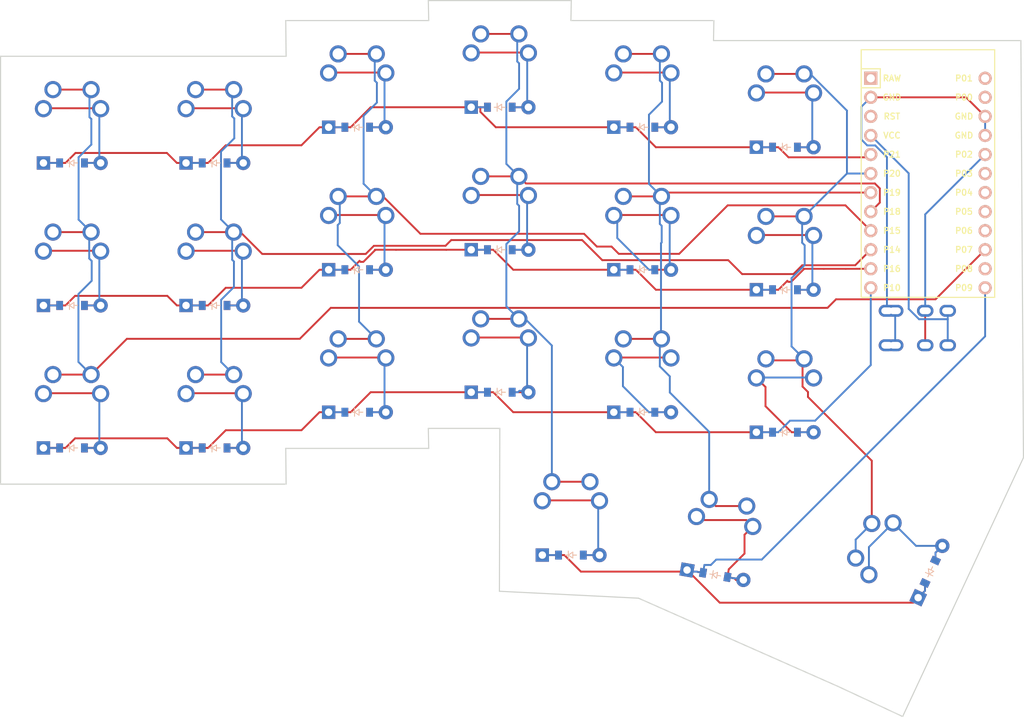
<source format=kicad_pcb>
(kicad_pcb (version 20221018) (generator pcbnew)
  (title_block (title "simple_split") (rev "v1.0.0") (company "Unknown"))
  (layers (0 "F.Cu" signal) (31 "B.Cu" signal) (34 "B.Paste" user) (35 "F.Paste" user) (36 "B.SilkS" user "B.Silkscreen") (37 "F.SilkS" user "F.Silkscreen") (38 "B.Mask" user) (39 "F.Mask" user) (44 "Edge.Cuts" user))
  (net 0 "")
  (net 1 "P7")
  (net 2 "mod_bottom")
  (net 3 "mod_home")
  (net 4 "mod_top")
  (net 5 "P14")
  (net 6 "pinky_bottom")
  (net 7 "pinky_home")
  (net 8 "pinky_top")
  (net 9 "P15")
  (net 10 "ring_bottom")
  (net 11 "ring_home")
  (net 12 "ring_top")
  (net 13 "P18")
  (net 14 "middle_bottom")
  (net 15 "middle_home")
  (net 16 "middle_top")
  (net 17 "P19")
  (net 18 "index_bottom")
  (net 19 "index_home")
  (net 20 "index_top")
  (net 21 "P20")
  (net 22 "inner_bottom")
  (net 23 "inner_home")
  (net 24 "inner_top")
  (net 25 "tuckier_home")
  (net 26 "tucky_home")
  (net 27 "reachy_home")
  (net 28 "P10")
  (net 29 "P16")
  (net 30 "P21")
  (net 31 "P9")
  (net 32 "RAW")
  (net 33 "GND")
  (net 34 "RST")
  (net 35 "VCC")
  (net 36 "P1")
  (net 37 "P0")
  (net 38 "P2")
  (net 39 "P3")
  (net 40 "P4")
  (net 41 "P5")
  (net 42 "P6")
  (net 43 "P8")
  (footprint "ComboDiode" (layer "F.Cu") (at 57 -21.7295)
    (fp_text reference "D11" hide)
    (fp_text value "" hide)
  )
  (footprint "ComboDiode" (layer "F.Cu") (at 76 -0.0625)
    (fp_text reference "D13" hide)
    (fp_text value "" hide)
  )
  (footprint "ComboDiode" (layer "F.Cu") (at 66.475 18.9875)
    (fp_text reference "D19" hide)
    (fp_text value "" hide)
  )
  (footprint "MX" (layer "F.Cu") (at 76 -4.7625)
    (fp_text reference "S13" hide)
    (fp_text value "" hide)
  )
  (footprint "MX" (layer "F.Cu") (at 38 -4.7625)
    (fp_text reference "S7" hide)
    (fp_text value "" hide)
  )
  (footprint "MX" (layer "F.Cu") (at 0 0)
    (fp_text reference "S1" hide)
    (fp_text value "" hide)
  )
  (footprint "ComboDiode" (layer "F.Cu") (at 76 -38.0625)
    (fp_text reference "D15" hide)
    (fp_text value "" hide)
  )
  (footprint "MX" (layer "F.Cu") (at 66.475 14.2875)
    (fp_text reference "S19" hide)
    (fp_text value "" hide)
  )
  (footprint "ComboDiode" (layer "F.Cu") (at 38 -38.0625)
    (fp_text reference "D9" hide)
    (fp_text value "" hide)
  )
  (footprint "ComboDiode" (layer "F.Cu") (at 95 -16.3955)
    (fp_text reference "D17" hide)
    (fp_text value "" hide)
  )
  (footprint "ComboDiode" (layer "F.Cu") (at 95 -35.3955)
    (fp_text reference "D18" hide)
    (fp_text value "" hide)
  )
  (footprint "ComboDiode" (layer "F.Cu") (at 85.7019 21.6386 -10)
    (fp_text reference "D20" hide)
    (fp_text value "" hide)
  )
  (footprint "MX" (layer "F.Cu") (at 19 -19)
    (fp_text reference "S5" hide)
    (fp_text value "" hide)
  )
  (footprint "TRRS-PJ-320A-dual" (layer "F.Cu") (at 119.885 -8.989 -90)
    (fp_text reference "TRRS1")
    (fp_text value "TRRS-PJ-320A-dual")
  )
  (footprint "MX" (layer "F.Cu") (at 57 -45.4295)
    (fp_text reference "S12" hide)
    (fp_text value "" hide)
  )
  (footprint "ComboDiode" (layer "F.Cu") (at 95 2.6045)
    (fp_text reference "D16" hide)
    (fp_text value "" hide)
  )
  (footprint "ComboDiode" (layer "F.Cu") (at 19 -33.3)
    (fp_text reference "D6" hide)
    (fp_text value "" hide)
  )
  (footprint "ComboDiode" (layer "F.Cu") (at 0 4.7)
    (fp_text reference "D1" hide)
    (fp_text value "" hide)
  )
  (footprint "MX" (layer "F.Cu") (at 95 -21.0955)
    (fp_text reference "S17" hide)
    (fp_text value "" hide)
  )
  (footprint "ComboDiode" (layer "F.Cu") (at 114.3557 21.2112 65)
    (fp_text reference "D21" hide)
    (fp_text value "" hide)
  )
  (footprint "ComboDiode" (layer "F.Cu") (at 38 -19.0625)
    (fp_text reference "D8" hide)
    (fp_text value "" hide)
  )
  (footprint "MX" (layer "F.Cu") (at 0 -38)
    (fp_text reference "S3" hide)
    (fp_text value "" hide)
  )
  (footprint "ComboDiode" (layer "F.Cu") (at 0 -14.3)
    (fp_text reference "D2" hide)
    (fp_text value "" hide)
  )
  (footprint "MX" (layer "F.Cu") (at 95 -40.0955)
    (fp_text reference "S18" hide)
    (fp_text value "" hide)
  )
  (footprint "MX" (layer "F.Cu") (at 57 -26.4295)
    (fp_text reference "S11" hide)
    (fp_text value "" hide)
  )
  (footprint "MX" (layer "F.Cu") (at 38 -23.7625)
    (fp_text reference "S8" hide)
    (fp_text value "" hide)
  )
  (footprint "MX" (layer "F.Cu") (at 19 0)
    (fp_text reference "S4" hide)
    (fp_text value "" hide)
  )
  (footprint "ComboDiode" (layer "F.Cu") (at 57 -40.7295)
    (fp_text reference "D12" hide)
    (fp_text value "" hide)
  )
  (footprint "MX" (layer "F.Cu") (at 95 -2.0955)
    (fp_text reference "S16" hide)
    (fp_text value "" hide)
  )
  (footprint "MX" (layer "F.Cu") (at 86.5181 17.01 -10)
    (fp_text reference "S20" hide)
    (fp_text value "" hide)
  )
  (footprint "MX" (layer "F.Cu") (at 110.0961 19.2249 65)
    (fp_text reference "S21" hide)
    (fp_text value "" hide)
  )
  (footprint "MX" (layer "F.Cu") (at 57 -7.4295)
    (fp_text reference "S10" hide)
    (fp_text value "" hide)
  )
  (footprint "ProMicro" (layer "F.Cu") (at 114.05 -30.6205 -90)
    (fp_text reference "MCU1" hide)
    (fp_text value "" hide)
  )
  (footprint "ComboDiode" (layer "F.Cu") (at 76 -19.0625)
    (fp_text reference "D14" hide)
    (fp_text value "" hide)
  )
  (footprint "ComboDiode" (layer "F.Cu") (at 0 -33.3)
    (fp_text reference "D3" hide)
    (fp_text value "" hide)
  )
  (footprint "ComboDiode" (layer "F.Cu") (at 38 -0.0625)
    (fp_text reference "D7" hide)
    (fp_text value "" hide)
  )
  (footprint "ComboDiode" (layer "F.Cu") (at 57 -2.7295)
    (fp_text reference "D10" hide)
    (fp_text value "" hide)
  )
  (footprint "MX" (layer "F.Cu") (at 76 -23.7625)
    (fp_text reference "S14" hide)
    (fp_text value "" hide)
  )
  (footprint "ComboDiode" (layer "F.Cu") (at 19 4.7)
    (fp_text reference "D4" hide)
    (fp_text value "" hide)
  )
  (footprint "MX" (layer "F.Cu") (at 38 -42.7625)
    (fp_text reference "S9" hide)
    (fp_text value "" hide)
  )
  (footprint "ComboDiode" (layer "F.Cu") (at 19 -14.3)
    (fp_text reference "D5" hide)
    (fp_text value "" hide)
  )
  (footprint "MX" (layer "F.Cu") (at 76 -42.7625)
    (fp_text reference "S15" hide)
    (fp_text value "" hide)
  )
  (footprint "MX" (layer "F.Cu") (at 19 -38)
    (fp_text reference "S6" hide)
    (fp_text value "" hide)
  )
  (footprint "MX" (layer "F.Cu") (at 0 -19)
    (fp_text reference "S2" hide)
    (fp_text value "" hide)
  )
  (gr_line (start 28.525 9.525) (end -9.525 9.525) (stroke (width 0.15)) (layer "Edge.Cuts"))
  (gr_line (start 66.525 -54.9545) (end 66.475 -52.2875) (stroke (width 0.15)) (layer "Edge.Cuts"))
  (gr_line (start 28.475 4.7625) (end 28.525 9.525) (stroke (width 0.15)) (layer "Edge.Cuts"))
  (gr_line (start 57 2.0955) (end 47.475 2.0955) (stroke (width 0.15)) (layer "Edge.Cuts"))
  (gr_line (start 126.4325 -49.6205) (end 126.779512 5.985175) (stroke (width 0.15)) (layer "Edge.Cuts"))
  (gr_line (start 66.475 -52.2875) (end 85.525 -52.2875) (stroke (width 0.15)) (layer "Edge.Cuts"))
  (gr_line (start 75.483799 24.736287) (end 56.95 23.8125) (stroke (width 0.15)) (layer "Edge.Cuts"))
  (gr_line (start -9.525 -47.525) (end 28.525 -47.525) (stroke (width 0.15)) (layer "Edge.Cuts"))
  (gr_line (start 47.525 4.7625) (end 28.475 4.7625) (stroke (width 0.15)) (layer "Edge.Cuts"))
  (gr_line (start 126.779512 5.985175) (end 110.677757 40.515502) (stroke (width 0.15)) (layer "Edge.Cuts"))
  (gr_line (start 56.95 23.8125) (end 57 2.0955) (stroke (width 0.15)) (layer "Edge.Cuts"))
  (gr_line (start 28.475 -52.2875) (end 47.525 -52.2875) (stroke (width 0.15)) (layer "Edge.Cuts"))
  (gr_line (start -9.525 9.525) (end -9.525 -47.525) (stroke (width 0.15)) (layer "Edge.Cuts"))
  (gr_line (start 47.525 -52.2875) (end 47.475 -54.9545) (stroke (width 0.15)) (layer "Edge.Cuts"))
  (gr_line (start 85.475 -49.6205) (end 126.4325 -49.6205) (stroke (width 0.15)) (layer "Edge.Cuts"))
  (gr_line (start 85.525 -52.2875) (end 85.475 -49.6205) (stroke (width 0.15)) (layer "Edge.Cuts"))
  (gr_line (start 47.475 2.0955) (end 47.525 4.7625) (stroke (width 0.15)) (layer "Edge.Cuts"))
  (gr_line (start 28.525 -47.525) (end 28.475 -52.2875) (stroke (width 0.15)) (layer "Edge.Cuts"))
  (gr_line (start 47.475 -54.9545) (end 66.525 -54.9545) (stroke (width 0.15)) (layer "Edge.Cuts"))
  (gr_line (start 110.677757 40.515502) (end 102.045175 36.490063) (stroke (width 0.15)) (layer "Edge.Cuts"))
  (gr_line (start 102.045175 36.490063) (end 75.483799 24.736287) (stroke (width 0.15)) (layer "Edge.Cuts"))
  (segment (start 30.3509 -9.8517) (end 7.3117 -9.8517) (width 0.25) (layer "F.Cu") (net 1))
  (segment (start 100.6644 -13.9802) (end 34.4794 -13.9802) (width 0.25) (layer "F.Cu") (net 1))
  (segment (start 2.54 -24.08) (end -2.54 -24.08) (width 0.25) (layer "F.Cu") (net 1))
  (segment (start 2.54 -5.08) (end -2.54 -5.08) (width 0.25) (layer "F.Cu") (net 1))
  (segment (start 34.4794 -13.9802) (end 30.3509 -9.8517) (width 0.25) (layer "F.Cu") (net 1))
  (segment (start 115.0571 -15.1176) (end 101.8018 -15.1176) (width 0.25) (layer "F.Cu") (net 1))
  (segment (start 7.3117 -9.8517) (end 2.54 -5.08) (width 0.25) (layer "F.Cu") (net 1))
  (segment (start 121.67 -21.7305) (end 115.0571 -15.1176) (width 0.25) (layer "F.Cu") (net 1))
  (segment (start 101.8018 -15.1176) (end 100.6644 -13.9802) (width 0.25) (layer "F.Cu") (net 1))
  (segment (start 2.54 -43.08) (end -2.54 -43.08) (width 0.25) (layer "F.Cu") (net 1))
  (segment (start 0.8731 -25.7469) (end 0.8731 -34.0561) (width 0.25) (layer "B.Cu") (net 1))
  (segment (start 0.8731 -34.0561) (end 2.5708 -35.7538) (width 0.25) (layer "B.Cu") (net 1))
  (segment (start 2.5708 -35.7538) (end 2.5708 -39.1574) (width 0.25) (layer "B.Cu") (net 1))
  (segment (start 2.6186 -20.2318) (end 2.6186 -17.5882) (width 0.25) (layer "B.Cu") (net 1))
  (segment (start 2.5708 -39.1574) (end 2.3214 -39.4068) (width 0.25) (layer "B.Cu") (net 1))
  (segment (start 0.8504 -6.7696) (end 2.54 -5.08) (width 0.25) (layer "B.Cu") (net 1))
  (segment (start 0.8504 -15.82) (end 0.8504 -6.7696) (width 0.25) (layer "B.Cu") (net 1))
  (segment (start 2.6186 -17.5882) (end 0.8504 -15.82) (width 0.25) (layer "B.Cu") (net 1))
  (segment (start 2.3214 -42.8614) (end 2.54 -43.08) (width 0.25) (layer "B.Cu") (net 1))
  (segment (start 2.54 -24.08) (end 0.8731 -25.7469) (width 0.25) (layer "B.Cu") (net 1))
  (segment (start 2.3214 -39.4068) (end 2.3214 -42.8614) (width 0.25) (layer "B.Cu") (net 1))
  (segment (start 2.2899 -23.8299) (end 2.2899 -20.5605) (width 0.25) (layer "B.Cu") (net 1))
  (segment (start 2.54 -24.08) (end 2.2899 -23.8299) (width 0.25) (layer "B.Cu") (net 1))
  (segment (start 2.2899 -20.5605) (end 2.6186 -20.2318) (width 0.25) (layer "B.Cu") (net 1))
  (segment (start -3.81 -2.54) (end -3.7554 -2.5946) (width 0.25) (layer "F.Cu") (net 2))
  (segment (start 3.7554 -2.5946) (end 3.81 -2.54) (width 0.25) (layer "F.Cu") (net 2))
  (segment (start -3.7554 -2.5946) (end 3.7554 -2.5946) (width 0.25) (layer "F.Cu") (net 2))
  (segment (start 3.81 4.7) (end 1.65 4.7) (width 0.25) (layer "F.Cu") (net 2))
  (segment (start 3.6369 4.5269) (end 3.81 4.7) (width 0.25) (layer "B.Cu") (net 2))
  (segment (start 3.4638 4.7) (end 3.6369 4.5269) (width 0.25) (layer "B.Cu") (net 2))
  (segment (start 3.6369 -2.3669) (end 3.6369 4.5269) (width 0.25) (layer "B.Cu") (net 2))
  (segment (start 3.81 -2.54) (end 3.6369 -2.3669) (width 0.25) (layer "B.Cu") (net 2))
  (segment (start 1.65 4.7) (end 3.4638 4.7) (width 0.25) (layer "B.Cu") (net 2))
  (segment (start 3.7554 -21.5946) (end 3.81 -21.54) (width 0.25) (layer "F.Cu") (net 3))
  (segment (start -3.81 -21.54) (end -3.7554 -21.5946) (width 0.25) (layer "F.Cu") (net 3))
  (segment (start -3.7554 -21.5946) (end 3.7554 -21.5946) (width 0.25) (layer "F.Cu") (net 3))
  (segment (start 3.81 -14.3) (end 1.65 -14.3) (width 0.25) (layer "F.Cu") (net 3))
  (segment (start 3.6369 -21.3669) (end 3.6369 -14.4731) (width 0.25) (layer "B.Cu") (net 3))
  (segment (start 3.4638 -14.3) (end 3.6369 -14.4731) (width 0.25) (layer "B.Cu") (net 3))
  (segment (start 1.65 -14.3) (end 3.4638 -14.3) (width 0.25) (layer "B.Cu") (net 3))
  (segment (start 3.81 -21.54) (end 3.6369 -21.3669) (width 0.25) (layer "B.Cu") (net 3))
  (segment (start 3.6369 -14.4731) (end 3.81 -14.3) (width 0.25) (layer "B.Cu") (net 3))
  (segment (start -3.81 -40.54) (end -3.7554 -40.5946) (width 0.25) (layer "F.Cu") (net 4))
  (segment (start 3.7554 -40.5946) (end 3.81 -40.54) (width 0.25) (layer "F.Cu") (net 4))
  (segment (start 3.81 -33.3) (end 1.65 -33.3) (width 0.25) (layer "F.Cu") (net 4))
  (segment (start -3.7554 -40.5946) (end 3.7554 -40.5946) (width 0.25) (layer "F.Cu") (net 4))
  (segment (start 3.81 -40.54) (end 3.6369 -40.3669) (width 0.25) (layer "B.Cu") (net 4))
  (segment (start 1.65 -33.3) (end 3.4638 -33.3) (width 0.25) (layer "B.Cu") (net 4))
  (segment (start 3.4638 -33.3) (end 3.6369 -33.4731) (width 0.25) (layer "B.Cu") (net 4))
  (segment (start 3.6369 -33.4731) (end 3.81 -33.3) (width 0.25) (layer "B.Cu") (net 4))
  (segment (start 3.6369 -40.3669) (end 3.6369 -33.4731) (width 0.25) (layer "B.Cu") (net 4))
  (segment (start 50.527 -23.0193) (end 67.9698 -23.0193) (width 0.25) (layer "F.Cu") (net 5))
  (segment (start 21.54 -24.08) (end 22.43 -24.08) (width 0.25) (layer "F.Cu") (net 5))
  (segment (start 39.1355 -21.1641) (end 40.2294 -22.258) (width 0.25) (layer "F.Cu") (net 5))
  (segment (start 67.9698 -23.0193) (end 70.6491 -20.34) (width 0.25) (layer "F.Cu") (net 5))
  (segment (start 70.6491 -20.34) (end 87.434 -20.34) (width 0.25) (layer "F.Cu") (net 5))
  (segment (start 16.46 -24.08) (end 21.54 -24.08) (width 0.25) (layer "F.Cu") (net 5))
  (segment (start 97.2933 -19.6549) (end 104.3544 -19.6549) (width 0.25) (layer "F.Cu") (net 5))
  (segment (start 89.2918 -18.4822) (end 96.1206 -18.4822) (width 0.25) (layer "F.Cu") (net 5))
  (segment (start 87.434 -20.34) (end 89.2918 -18.4822) (width 0.25) (layer "F.Cu") (net 5))
  (segment (start 49.7657 -22.258) (end 50.527 -23.0193) (width 0.25) (layer "F.Cu") (net 5))
  (segment (start 22.43 -24.08) (end 25.3459 -21.1641) (width 0.25) (layer "F.Cu") (net 5))
  (segment (start 104.3544 -19.6549) (end 106.43 -21.7305) (width 0.25) (layer "F.Cu") (net 5))
  (segment (start 25.3459 -21.1641) (end 39.1355 -21.1641) (width 0.25) (layer "F.Cu") (net 5))
  (segment (start 96.1206 -18.4822) (end 97.2933 -19.6549) (width 0.25) (layer "F.Cu") (net 5))
  (segment (start 21.54 -43.08) (end 16.46 -43.08) (width 0.25) (layer "F.Cu") (net 5))
  (segment (start 21.54 -5.08) (end 16.46 -5.08) (width 0.25) (layer "F.Cu") (net 5))
  (segment (start 40.2294 -22.258) (end 49.7657 -22.258) (width 0.25) (layer "F.Cu") (net 5))
  (segment (start 21.5708 -20.1574) (end 21.3391 -20.3891) (width 0.25) (layer "B.Cu") (net 5))
  (segment (start 21.3391 -20.3891) (end 21.3391 -23.8791) (width 0.25) (layer "B.Cu") (net 5))
  (segment (start 19.8731 -6.7469) (end 19.8731 -15.0561) (width 0.25) (layer "B.Cu") (net 5))
  (segment (start 19.8731 -15.0561) (end 21.5708 -16.7538) (width 0.25) (layer "B.Cu") (net 5))
  (segment (start 19.8504 -25.7696) (end 21.54 -24.08) (width 0.25) (layer "B.Cu") (net 5))
  (segment (start 21.3344 -39.516) (end 21.6186 -39.2318) (width 0.25) (layer "B.Cu") (net 5))
  (segment (start 21.54 -43.08) (end 21.3344 -42.8744) (width 0.25) (layer "B.Cu") (net 5))
  (segment (start 21.3391 -23.8791) (end 21.54 -24.08) (width 0.25) (layer "B.Cu") (net 5))
  (segment (start 21.3344 -42.8744) (end 21.3344 -39.516) (width 0.25) (layer "B.Cu") (net 5))
  (segment (start 19.8504 -34.82) (end 19.8504 -25.7696) (width 0.25) (layer "B.Cu") (net 5))
  (segment (start 21.5708 -16.7538) (end 21.5708 -20.1574) (width 0.25) (layer "B.Cu") (net 5))
  (segment (start 21.6186 -36.5882) (end 19.8504 -34.82) (width 0.25) (layer "B.Cu") (net 5))
  (segment (start 21.54 -5.08) (end 19.8731 -6.7469) (width 0.25) (layer "B.Cu") (net 5))
  (segment (start 21.6186 -39.2318) (end 21.6186 -36.5882) (width 0.25) (layer "B.Cu") (net 5))
  (segment (start 15.2446 -2.5946) (end 22.7554 -2.5946) (width 0.25) (layer "F.Cu") (net 6))
  (segment (start 15.19 -2.54) (end 15.2446 -2.5946) (width 0.25) (layer "F.Cu") (net 6))
  (segment (start 22.81 4.7) (end 20.65 4.7) (width 0.25) (layer "F.Cu") (net 6))
  (segment (start 22.7554 -2.5946) (end 22.81 -2.54) (width 0.25) (layer "F.Cu") (net 6))
  (segment (start 20.65 4.7) (end 22.4638 4.7) (width 0.25) (layer "B.Cu") (net 6))
  (segment (start 22.6369 4.5269) (end 22.81 4.7) (width 0.25) (layer "B.Cu") (net 6))
  (segment (start 22.6369 -2.3669) (end 22.6369 4.5269) (width 0.25) (layer "B.Cu") (net 6))
  (segment (start 22.81 -2.54) (end 22.6369 -2.3669) (width 0.25) (layer "B.Cu") (net 6))
  (segment (start 22.4638 4.7) (end 22.6369 4.5269) (width 0.25) (layer "B.Cu") (net 6))
  (segment (start 15.19 -21.54) (end 15.2446 -21.5946) (width 0.25) (layer "F.Cu") (net 7))
  (segment (start 15.2446 -21.5946) (end 22.7554 -21.5946) (width 0.25) (layer "F.Cu") (net 7))
  (segment (start 22.7554 -21.5946) (end 22.81 -21.54) (width 0.25) (layer "F.Cu") (net 7))
  (segment (start 22.81 -14.3) (end 20.65 -14.3) (width 0.25) (layer "F.Cu") (net 7))
  (segment (start 20.65 -14.3) (end 22.4638 -14.3) (width 0.25) (layer "B.Cu") (net 7))
  (segment (start 22.4638 -14.3) (end 22.6369 -14.4731) (width 0.25) (layer "B.Cu") (net 7))
  (segment (start 22.6369 -14.4731) (end 22.81 -14.3) (width 0.25) (layer "B.Cu") (net 7))
  (segment (start 22.81 -21.54) (end 22.6369 -21.3669) (width 0.25) (layer "B.Cu") (net 7))
  (segment (start 22.6369 -21.3669) (end 22.6369 -14.4731) (width 0.25) (layer "B.Cu") (net 7))
  (segment (start 22.81 -33.3) (end 20.65 -33.3) (width 0.25) (layer "F.Cu") (net 8))
  (segment (start 15.2446 -40.5946) (end 22.7554 -40.5946) (width 0.25) (layer "F.Cu") (net 8))
  (segment (start 15.19 -40.54) (end 15.2446 -40.5946) (width 0.25) (layer "F.Cu") (net 8))
  (segment (start 22.7554 -40.5946) (end 22.81 -40.54) (width 0.25) (layer "F.Cu") (net 8))
  (segment (start 22.6369 -40.3669) (end 22.6369 -33.4731) (width 0.25) (layer "B.Cu") (net 8))
  (segment (start 20.65 -33.3) (end 22.4638 -33.3) (width 0.25) (layer "B.Cu") (net 8))
  (segment (start 22.81 -40.54) (end 22.6369 -40.3669) (width 0.25) (layer "B.Cu") (net 8))
  (segment (start 22.6369 -33.4731) (end 22.81 -33.3) (width 0.25) (layer "B.Cu") (net 8))
  (segment (start 22.4638 -33.3) (end 22.6369 -33.4731) (width 0.25) (layer "B.Cu") (net 8))
  (segment (start 80.903 -21.1845) (end 87.3639 -27.6454) (width 0.25) (layer "F.Cu") (net 9))
  (segment (start 40.54 -47.8425) (end 35.46 -47.8425) (width 0.25) (layer "F.Cu") (net 9))
  (segment (start 35.46 -9.8425) (end 40.54 -9.8425) (width 0.25) (layer "F.Cu") (net 9))
  (segment (start 46.4215 -23.8587) (end 68.2192 -23.8587) (width 0.25) (layer "F.Cu") (net 9))
  (segment (start 103.0551 -27.6454) (end 106.43 -24.2705) (width 0.25) (layer "F.Cu") (net 9))
  (segment (start 72.8539 -21.1845) (end 80.903 -21.1845) (width 0.25) (layer "F.Cu") (net 9))
  (segment (start 41.4377 -28.8425) (end 46.4215 -23.8587) (width 0.25) (layer "F.Cu") (net 9))
  (segment (start 71.8891 -22.1493) (end 72.8539 -21.1845) (width 0.25) (layer "F.Cu") (net 9))
  (segment (start 35.46 -28.8425) (end 40.54 -28.8425) (width 0.25) (layer "F.Cu") (net 9))
  (segment (start 69.9286 -22.1493) (end 71.8891 -22.1493) (width 0.25) (layer "F.Cu") (net 9))
  (segment (start 68.2192 -23.8587) (end 69.9286 -22.1493) (width 0.25) (layer "F.Cu") (net 9))
  (segment (start 40.54 -28.8425) (end 41.4377 -28.8425) (width 0.25) (layer "F.Cu") (net 9))
  (segment (start 87.3639 -27.6454) (end 103.0551 -27.6454) (width 0.25) (layer "F.Cu") (net 9))
  (segment (start 35.6771 -28.6254) (end 35.6771 -25.2899) (width 0.25) (layer "B.Cu") (net 9))
  (segment (start 40.54 -47.8425) (end 40.3344 -47.6369) (width 0.25) (layer "B.Cu") (net 9))
  (segment (start 38.8504 -39.5825) (end 38.8504 -30.5321) (width 0.25) (layer "B.Cu") (net 9))
  (segment (start 38.2448 -12.1377) (end 40.54 -9.8425) (width 0.25) (layer "B.Cu") (net 9))
  (segment (start 40.6186 -41.3507) (end 38.8504 -39.5825) (width 0.25) (layer "B.Cu") (net 9))
  (segment (start 38.2448 -19.4873) (end 38.2448 -12.1377) (width 0.25) (layer "B.Cu") (net 9))
  (segment (start 35.6771 -25.2899) (end 35.4016 -25.0144) (width 0.25) (layer "B.Cu") (net 9))
  (segment (start 40.3344 -47.6369) (end 40.3344 -44.2785) (width 0.25) (layer "B.Cu") (net 9))
  (segment (start 38.8504 -30.5321) (end 40.54 -28.8425) (width 0.25) (layer "B.Cu") (net 9))
  (segment (start 40.3344 -44.2785) (end 40.6186 -43.9943) (width 0.25) (layer "B.Cu") (net 9))
  (segment (start 35.46 -28.8425) (end 35.6771 -28.6254) (width 0.25) (layer "B.Cu") (net 9))
  (segment (start 35.4016 -22.3305) (end 38.2448 -19.4873) (width 0.25) (layer "B.Cu") (net 9))
  (segment (start 40.6186 -43.9943) (end 40.6186 -41.3507) (width 0.25) (layer "B.Cu") (net 9))
  (segment (start 35.4016 -25.0144) (end 35.4016 -22.3305) (width 0.25) (layer "B.Cu") (net 9))
  (segment (start 34.19 -7.3025) (end 34.2446 -7.3571) (width 0.25) (layer "F.Cu") (net 10))
  (segment (start 41.81 -0.0625) (end 39.65 -0.0625) (width 0.25) (layer "F.Cu") (net 10))
  (segment (start 34.2446 -7.3571) (end 41.7554 -7.3571) (width 0.25) (layer "F.Cu") (net 10))
  (segment (start 41.7554 -7.3571) (end 41.81 -7.3025) (width 0.25) (layer "F.Cu") (net 10))
  (segment (start 41.4638 -0.0625) (end 41.6369 -0.2356) (width 0.25) (layer "B.Cu") (net 10))
  (segment (start 41.6369 -7.1294) (end 41.6369 -0.2356) (width 0.25) (layer "B.Cu") (net 10))
  (segment (start 41.6369 -0.2356) (end 41.81 -0.0625) (width 0.25) (layer "B.Cu") (net 10))
  (segment (start 41.81 -7.3025) (end 41.6369 -7.1294) (width 0.25) (layer "B.Cu") (net 10))
  (segment (start 39.65 -0.0625) (end 41.4638 -0.0625) (width 0.25) (layer "B.Cu") (net 10))
  (segment (start 41.81 -19.0625) (end 39.65 -19.0625) (width 0.25) (layer "F.Cu") (net 11))
  (segment (start 34.2446 -26.3571) (end 41.7554 -26.3571) (width 0.25) (layer "F.Cu") (net 11))
  (segment (start 34.19 -26.3025) (end 34.2446 -26.3571) (width 0.25) (layer "F.Cu") (net 11))
  (segment (start 41.7554 -26.3571) (end 41.81 -26.3025) (width 0.25) (layer "F.Cu") (net 11))
  (segment (start 41.6369 -19.2356) (end 41.81 -19.0625) (width 0.25) (layer "B.Cu") (net 11))
  (segment (start 41.6369 -26.1294) (end 41.6369 -19.2356) (width 0.25) (layer "B.Cu") (net 11))
  (segment (start 41.4638 -19.0625) (end 41.6369 -19.2356) (width 0.25) (layer "B.Cu") (net 11))
  (segment (start 39.65 -19.0625) (end 41.4638 -19.0625) (width 0.25) (layer "B.Cu") (net 11))
  (segment (start 41.81 -26.3025) (end 41.6369 -26.1294) (width 0.25) (layer "B.Cu") (net 11))
  (segment (start 34.19 -45.3025) (end 34.2446 -45.3571) (width 0.25) (layer "F.Cu") (net 12))
  (segment (start 41.81 -38.0625) (end 39.65 -38.0625) (width 0.25) (layer "F.Cu") (net 12))
  (segment (start 34.2446 -45.3571) (end 41.7554 -45.3571) (width 0.25) (layer "F.Cu") (net 12))
  (segment (start 41.7554 -45.3571) (end 41.81 -45.3025) (width 0.25) (layer "F.Cu") (net 12))
  (segment (start 41.4638 -38.0625) (end 41.6369 -38.2356) (width 0.25) (layer "B.Cu") (net 12))
  (segment (start 41.6369 -45.1294) (end 41.6369 -38.2356) (width 0.25) (layer "B.Cu") (net 12))
  (segment (start 39.65 -38.0625) (end 41.4638 -38.0625) (width 0.25) (layer "B.Cu") (net 12))
  (segment (start 41.6369 -38.2356) (end 41.81 -38.0625) (width 0.25) (layer "B.Cu") (net 12))
  (segment (start 41.81 -45.3025) (end 41.6369 -45.1294) (width 0.25) (layer "B.Cu") (net 12))
  (segment (start 59.54 -50.5095) (end 54.46 -50.5095) (width 0.25) (layer "F.Cu") (net 13))
  (segment (start 106.43 -26.8105) (end 107.6351 -28.0156) (width 0.25) (layer "F.Cu") (net 13))
  (segment (start 106.976 -30.5628) (end 60.4867 -30.5628) (width 0.25) (layer "F.Cu") (net 13))
  (segment (start 59.54 -12.5095) (end 54.46 -12.5095) (width 0.25) (layer "F.Cu") (net 13))
  (segment (start 60.4867 -30.5628) (end 59.54 -31.5095) (width 0.25) (layer "F.Cu") (net 13))
  (segment (start 59.54 -31.5095) (end 54.46 -31.5095) (width 0.25) (layer "F.Cu") (net 13))
  (segment (start 107.6351 -29.9037) (end 106.976 -30.5628) (width 0.25) (layer "F.Cu") (net 13))
  (segment (start 107.6351 -28.0156) (end 107.6351 -29.9037) (width 0.25) (layer "F.Cu") (net 13))
  (segment (start 69.015 9.2075) (end 63.935 9.2075) (width 0.25) (layer "F.Cu") (net 13))
  (segment (start 59.5708 -46.5869) (end 59.3214 -46.8363) (width 0.25) (layer "B.Cu") (net 13))
  (segment (start 57.8731 -14.1764) (end 57.8731 -22.4856) (width 0.25) (layer "B.Cu") (net 13))
  (segment (start 59.3214 -27.8363) (end 59.3214 -31.2909) (width 0.25) (layer "B.Cu") (net 13))
  (segment (start 59.5708 -27.5869) (end 59.3214 -27.8363) (width 0.25) (layer "B.Cu") (net 13))
  (segment (start 59.5708 -24.1833) (end 59.5708 -27.5869) (width 0.25) (layer "B.Cu") (net 13))
  (segment (start 57.8731 -22.4856) (end 59.5708 -24.1833) (width 0.25) (layer "B.Cu") (net 13))
  (segment (start 59.54 -12.5095) (end 57.8731 -14.1764) (width 0.25) (layer "B.Cu") (net 13))
  (segment (start 59.3214 -50.2909) (end 59.54 -50.5095) (width 0.25) (layer "B.Cu") (net 13))
  (segment (start 59.3214 -31.2909) (end 59.54 -31.5095) (width 0.25) (layer "B.Cu") (net 13))
  (segment (start 60.3774 -12.5095) (end 59.54 -12.5095) (width 0.25) (layer "B.Cu") (net 13))
  (segment (start 57.8731 -33.1764) (end 57.8731 -41.4856) (width 0.25) (layer "B.Cu") (net 13))
  (segment (start 63.935 -8.9519) (end 60.3774 -12.5095) (width 0.25) (layer "B.Cu") (net 13))
  (segment (start 59.3214 -46.8363) (end 59.3214 -50.2909) (width 0.25) (layer "B.Cu") (net 13))
  (segment (start 59.54 -31.5095) (end 57.8731 -33.1764) (width 0.25) (layer "B.Cu") (net 13))
  (segment (start 59.5708 -43.1833) (end 59.5708 -46.5869) (width 0.25) (layer "B.Cu") (net 13))
  (segment (start 63.935 9.2075) (end 63.935 -8.9519) (width 0.25) (layer "B.Cu") (net 13))
  (segment (start 57.8731 -41.4856) (end 59.5708 -43.1833) (width 0.25) (layer "B.Cu") (net 13))
  (segment (start 53.19 -9.9695) (end 53.2446 -10.0241) (width 0.25) (layer "F.Cu") (net 14))
  (segment (start 53.2446 -10.0241) (end 60.7554 -10.0241) (width 0.25) (layer "F.Cu") (net 14))
  (segment (start 60.7554 -10.0241) (end 60.81 -9.9695) (width 0.25) (layer "F.Cu") (net 14))
  (segment (start 60.81 -2.7295) (end 58.65 -2.7295) (width 0.25) (layer "F.Cu") (net 14))
  (segment (start 60.81 -9.9695) (end 60.6369 -9.7964) (width 0.25) (layer "B.Cu") (net 14))
  (segment (start 59.4269 -2.7295) (end 59.6 -2.9026) (width 0.25) (layer "B.Cu") (net 14))
  (segment (start 60.6369 -2.9026) (end 60.81 -2.7295) (width 0.25) (layer "B.Cu") (net 14))
  (segment (start 60.6369 -9.7964) (end 60.6369 -2.9026) (width 0.25) (layer "B.Cu") (net 14))
  (segment (start 58.65 -2.7295) (end 59.4269 -2.7295) (width 0.25) (layer "B.Cu") (net 14))
  (segment (start 59.6 -2.9026) (end 60.6369 -2.9026) (width 0.25) (layer "B.Cu") (net 14))
  (segment (start 60.81 -21.7295) (end 58.65 -21.7295) (width 0.25) (layer "F.Cu") (net 15))
  (segment (start 53.19 -28.9695) (end 53.2446 -29.0241) (width 0.25) (layer "F.Cu") (net 15))
  (segment (start 60.7554 -29.0241) (end 60.81 -28.9695) (width 0.25) (layer "F.Cu") (net 15))
  (segment (start 53.2446 -29.0241) (end 60.7554 -29.0241) (width 0.25) (layer "F.Cu") (net 15))
  (segment (start 60.4638 -21.7295) (end 60.6369 -21.9026) (width 0.25) (layer "B.Cu") (net 15))
  (segment (start 60.6369 -28.7964) (end 60.6369 -21.9026) (width 0.25) (layer "B.Cu") (net 15))
  (segment (start 60.6369 -21.9026) (end 60.81 -21.7295) (width 0.25) (layer "B.Cu") (net 15))
  (segment (start 58.65 -21.7295) (end 60.4638 -21.7295) (width 0.25) (layer "B.Cu") (net 15))
  (segment (start 60.81 -28.9695) (end 60.6369 -28.7964) (width 0.25) (layer "B.Cu") (net 15))
  (segment (start 60.7554 -48.0241) (end 60.81 -47.9695) (width 0.25) (layer "F.Cu") (net 16))
  (segment (start 53.19 -47.9695) (end 53.2446 -48.0241) (width 0.25) (layer "F.Cu") (net 16))
  (segment (start 60.81 -40.7295) (end 58.65 -40.7295) (width 0.25) (layer "F.Cu") (net 16))
  (segment (start 53.2446 -48.0241) (end 60.7554 -48.0241) (width 0.25) (layer "F.Cu") (net 16))
  (segment (start 60.81 -40.7295) (end 60.6515 -40.7295) (width 0.25) (layer "B.Cu") (net 16))
  (segment (start 60.6515 -47.811) (end 60.81 -47.9695) (width 0.25) (layer "B.Cu") (net 16))
  (segment (start 60.6515 -40.7295) (end 58.65 -40.7295) (width 0.25) (layer "B.Cu") (net 16))
  (segment (start 60.6515 -40.7295) (end 60.6515 -47.811) (width 0.25) (layer "B.Cu") (net 16))
  (segment (start 78.54 -9.8425) (end 73.46 -9.8425) (width 0.25) (layer "F.Cu") (net 17))
  (segment (start 106.43 -29.3505) (end 79.048 -29.3505) (width 0.25) (layer "F.Cu") (net 17))
  (segment (start 78.54 -47.8425) (end 73.46 -47.8425) (width 0.25) (layer "F.Cu") (net 17))
  (segment (start 78.54 -28.8425) (end 73.46 -28.8425) (width 0.25) (layer "F.Cu") (net 17))
  (segment (start 79.048 -29.3505) (end 78.54 -28.8425) (width 0.25) (layer "F.Cu") (net 17))
  (segment (start 85.7809 12.4482) (end 84.8988 11.5661) (width 0.25) (layer "F.Cu") (net 17))
  (segment (start 89.9016 12.4482) (end 85.7809 12.4482) (width 0.25) (layer "F.Cu") (net 17))
  (segment (start 76.8731 -39.7343) (end 78.6177 -41.4789) (width 0.25) (layer "B.Cu") (net 17))
  (segment (start 84.8988 11.5661) (end 84.8988 2.555) (width 0.25) (layer "B.Cu") (net 17))
  (segment (start 76.8731 -30.5094) (end 76.8731 -39.7343) (width 0.25) (layer "B.Cu") (net 17))
  (segment (start 78.6177 -43.9952) (end 78.3268 -44.2861) (width 0.25) (layer "B.Cu") (net 17))
  (segment (start 78.3268 -44.2861) (end 78.3268 -47.6293) (width 0.25) (layer "B.Cu") (net 17))
  (segment (start 78.4788 -9.8425) (end 78.4788 -22.6056) (width 0.25) (layer "B.Cu") (net 17))
  (segment (start 78.4788 -22.6056) (end 78.5708 -22.6976) (width 0.25) (layer "B.Cu") (net 17))
  (segment (start 78.5708 -22.6976) (end 78.5708 -24.9199) (width 0.25) (layer "B.Cu") (net 17))
  (segment (start 78.4788 -9.8425) (end 78.54 -9.8425) (width 0.25) (layer "B.Cu") (net 17))
  (segment (start 78.6177 -41.4789) (end 78.6177 -43.9952) (width 0.25) (layer "B.Cu") (net 17))
  (segment (start 78.54 -28.8425) (end 76.8731 -30.5094) (width 0.25) (layer "B.Cu") (net 17))
  (segment (start 78.3214 -6.1693) (end 78.3214 -9.6851) (width 0.25) (layer "B.Cu") (net 17))
  (segment (start 78.3214 -28.6239) (end 78.54 -28.8425) (width 0.25) (layer "B.Cu") (net 17))
  (segment (start 78.5708 -24.9199) (end 78.3214 -25.1693) (width 0.25) (layer "B.Cu") (net 17))
  (segment (start 79.6522 -2.6916) (end 79.6522 -4.8385) (width 0.25) (layer "B.Cu") (net 17))
  (segment (start 78.3214 -25.1693) (end 78.3214 -28.6239) (width 0.25) (layer "B.Cu") (net 17))
  (segment (start 78.3214 -9.6851) (end 78.4788 -9.8425) (width 0.25) (layer "B.Cu") (net 17))
  (segment (start 84.8988 2.555) (end 79.6522 -2.6916) (width 0.25) (layer "B.Cu") (net 17))
  (segment (start 78.3268 -47.6293) (end 78.54 -47.8425) (width 0.25) (layer "B.Cu") (net 17))
  (segment (start 79.6522 -4.8385) (end 78.3214 -6.1693) (width 0.25) (layer "B.Cu") (net 17))
  (segment (start 79.81 -7.3025) (end 79.7554 -7.3571) (width 0.25) (layer "F.Cu") (net 18))
  (segment (start 79.7554 -7.3571) (end 72.2446 -7.3571) (width 0.25) (layer "F.Cu") (net 18))
  (segment (start 72.2446 -7.3571) (end 72.19 -7.3025) (width 0.25) (layer "F.Cu") (net 18))
  (segment (start 79.81 -0.0625) (end 77.65 -0.0625) (width 0.25) (layer "F.Cu") (net 18))
  (segment (start 77.65 -0.0625) (end 79.81 -0.0625) (width 0.25) (layer "B.Cu") (net 18))
  (segment (start 72.19 -7.3025) (end 73.4044 -6.0881) (width 0.25) (layer "B.Cu") (net 18))
  (segment (start 77.2616 -0.0625) (end 76.8731 -0.0625) (width 0.25) (layer "B.Cu") (net 18))
  (segment (start 73.4044 -6.0881) (end 73.4044 -3.5312) (width 0.25) (layer "B.Cu") (net 18))
  (segment (start 77.2616 -0.0625) (end 77.65 -0.0625) (width 0.25) (layer "B.Cu") (net 18))
  (segment (start 73.4044 -3.5312) (end 76.8731 -0.0625) (width 0.25) (layer "B.Cu") (net 18))
  (segment (start 79.81 -19.0625) (end 77.65 -19.0625) (width 0.25) (layer "F.Cu") (net 19))
  (segment (start 72.2446 -26.3571) (end 79.7554 -26.3571) (width 0.25) (layer "F.Cu") (net 19))
  (segment (start 79.7554 -26.3571) (end 79.81 -26.3025) (width 0.25) (layer "F.Cu") (net 19))
  (segment (start 72.19 -26.3025) (end 72.2446 -26.3571) (width 0.25) (layer "F.Cu") (net 19))
  (segment (start 79.6369 -19.2356) (end 79.81 -19.0625) (width 0.25) (layer "B.Cu") (net 19))
  (segment (start 72.6519 -25.8406) (end 72.19 -26.3025) (width 0.25) (layer "B.Cu") (net 19))
  (segment (start 79.6369 -26.1294) (end 79.6369 -19.2356) (width 0.25) (layer "B.Cu") (net 19))
  (segment (start 77.65 -19.0625) (end 76.8731 -19.0625) (width 0.25) (layer "B.Cu") (net 19))
  (segment (start 72.6519 -23.2837) (end 72.6519 -25.8406) (width 0.25) (layer "B.Cu") (net 19))
  (segment (start 76.8731 -19.0625) (end 72.6519 -23.2837) (width 0.25) (layer "B.Cu") (net 19))
  (segment (start 79.81 -26.3025) (end 79.6369 -26.1294) (width 0.25) (layer "B.Cu") (net 19))
  (segment (start 72.19 -45.3025) (end 72.2446 -45.3571) (width 0.25) (layer "F.Cu") (net 20))
  (segment (start 72.2446 -45.3571) (end 79.7554 -45.3571) (width 0.25) (layer "F.Cu") (net 20))
  (segment (start 79.7554 -45.3571) (end 79.81 -45.3025) (width 0.25) (layer "F.Cu") (net 20))
  (segment (start 79.81 -38.0625) (end 77.65 -38.0625) (width 0.25) (layer "F.Cu") (net 20))
  (segment (start 79.6515 -45.144) (end 79.81 -45.3025) (width 0.25) (layer "B.Cu") (net 20))
  (segment (start 79.6515 -38.0625) (end 79.6515 -45.144) (width 0.25) (layer "B.Cu") (net 20))
  (segment (start 79.6515 -38.0625) (end 77.65 -38.0625) (width 0.25) (layer "B.Cu") (net 20))
  (segment (start 79.81 -38.0625) (end 79.6515 -38.0625) (width 0.25) (layer "B.Cu") (net 20))
  (segment (start 97.54 -26.1755) (end 92.46 -26.1755) (width 0.25) (layer "F.Cu") (net 21))
  (segment (start 98.0637 -2.0926) (end 98.0637 -2.76) (width 0.25) (layer "F.Cu") (net 21))
  (segment (start 97.54 -45.1755) (end 92.46 -45.1755) (width 0.25) (layer "F.Cu") (net 21))
  (segment (start 97.3401 -6.9756) (end 97.54 -7.1755) (width 0.25) (layer "F.Cu") (net 21))
  (segment (start 98.0637 -2.76) (end 97.3401 -3.4836) (width 0.25) (layer "F.Cu") (net 21))
  (segment (start 97.3401 -3.4836) (end 97.3401 -6.9756) (width 0.25) (layer "F.Cu") (net 21))
  (segment (start 92.6599 -6.9756) (end 92.46 -7.1755) (width 0.25) (layer "F.Cu") (net 21))
  (segment (start 106.5655 6.4092) (end 98.0637 -2.0926) (width 0.25) (layer "F.Cu") (net 21))
  (segment (start 106.5655 14.776) (end 106.5655 6.4092) (width 0.25) (layer "F.Cu") (net 21))
  (segment (start 97.3401 -6.9756) (end 92.6599 -6.9756) (width 0.25) (layer "F.Cu") (net 21))
  (segment (start 106.5655 14.776) (end 104.4186 16.9229) (width 0.25) (layer "B.Cu") (net 21))
  (segment (start 97.6223 -19.6874) (end 95.8731 -17.9382) (width 0.25) (layer "B.Cu") (net 21))
  (segment (start 104.4186 16.9229) (end 104.4186 19.38) (width 0.25) (layer "B.Cu") (net 21))
  (segment (start 103.255 -40.2785) (end 103.255 -31.8905) (width 0.25) (layer "B.Cu") (net 21))
  (segment (start 106.43 -31.8905) (end 103.255 -31.8905) (width 0.25) (layer "B.Cu") (net 21))
  (segment (start 97.54 -26.1755) (end 97.2871 -25.9226) (width 0.25) (layer "B.Cu") (net 21))
  (segment (start 95.8731 -17.9382) (end 95.8731 -8.8424) (width 0.25) (layer "B.Cu") (net 21))
  (segment (start 97.54 -45.1755) (end 98.358 -45.1755) (width 0.25) (layer "B.Cu") (net 21))
  (segment (start 95.8731 -8.8424) (end 97.54 -7.1755) (width 0.25) (layer "B.Cu") (net 21))
  (segment (start 97.6223 -22.3236) (end 97.6223 -19.6874) (width 0.25) (layer "B.Cu") (net 21))
  (segment (start 98.358 -45.1755) (end 103.255 -40.2785) (width 0.25) (layer "B.Cu") (net 21))
  (segment (start 97.2871 -22.6588) (end 97.6223 -22.3236) (width 0.25) (layer "B.Cu") (net 21))
  (segment (start 97.2871 -25.9226) (end 97.2871 -22.6588) (width 0.25) (layer "B.Cu") (net 21))
  (segment (start 103.255 -31.8905) (end 97.54 -26.1755) (width 0.25) (layer "B.Cu") (net 21))
  (segment (start 98.81 2.6045) (end 96.65 2.6045) (width 0.25) (layer "F.Cu") (net 22))
  (segment (start 96.65 2.6045) (end 95.8731 2.6045) (width 0.25) (layer "F.Cu") (net 22))
  (segment (start 92.4044 -0.8642) (end 95.8731 2.6045) (width 0.25) (layer "F.Cu") (net 22))
  (segment (start 92.4044 -3.4211) (end 92.4044 -0.8642) (width 0.25) (layer "F.Cu") (net 22))
  (segment (start 91.19 -4.6355) (end 92.4044 -3.4211) (width 0.25) (layer "F.Cu") (net 22))
  (segment (start 98.81 -4.6355) (end 98.7554 -4.6901) (width 0.25) (layer "B.Cu") (net 22))
  (segment (start 98.7554 -4.6901) (end 91.2446 -4.6901) (width 0.25) (layer "B.Cu") (net 22))
  (segment (start 96.65 2.6045) (end 98.81 2.6045) (width 0.25) (layer "B.Cu") (net 22))
  (segment (start 91.2446 -4.6901) (end 91.19 -4.6355) (width 0.25) (layer "B.Cu") (net 22))
  (segment (start 91.2446 -23.6901) (end 98.7554 -23.6901) (width 0.25) (layer "F.Cu") (net 23))
  (segment (start 91.19 -23.6355) (end 91.2446 -23.6901) (width 0.25) (layer "F.Cu") (net 23))
  (segment (start 98.81 -16.3955) (end 96.65 -16.3955) (width 0.25) (layer "F.Cu") (net 23))
  (segment (start 98.7554 -23.6901) (end 98.81 -23.6355) (width 0.25) (layer "F.Cu") (net 23))
  (segment (start 98.81 -16.3955) (end 98.6515 -16.3955) (width 0.25) (layer "B.Cu") (net 23))
  (segment (start 98.6515 -16.3955) (end 96.65 -16.3955) (width 0.25) (layer "B.Cu") (net 23))
  (segment (start 98.6515 -16.3955) (end 98.6515 -23.477) (width 0.25) (layer "B.Cu") (net 23))
  (segment (start 98.6515 -23.477) (end 98.81 -23.6355) (width 0.25) (layer "B.Cu") (net 23))
  (segment (start 98.81 -35.3955) (end 96.65 -35.3955) (width 0.25) (layer "F.Cu") (net 24))
  (segment (start 91.19 -42.6355) (end 91.2446 -42.6901) (width 0.25) (layer "F.Cu") (net 24))
  (segment (start 98.7554 -42.6901) (end 98.81 -42.6355) (width 0.25) (layer "F.Cu") (net 24))
  (segment (start 91.2446 -42.6901) (end 98.7554 -42.6901) (width 0.25) (layer "F.Cu") (net 24))
  (segment (start 96.65 -35.3955) (end 98.4638 -35.3955) (width 0.25) (layer "B.Cu") (net 24))
  (segment (start 98.4638 -35.3955) (end 98.6369 -35.5686) (width 0.25) (layer "B.Cu") (net 24))
  (segment (start 98.6369 -42.4624) (end 98.6369 -35.5686) (width 0.25) (layer "B.Cu") (net 24))
  (segment (start 98.81 -42.6355) (end 98.6369 -42.4624) (width 0.25) (layer "B.Cu") (net 24))
  (segment (start 98.6369 -35.5686) (end 98.81 -35.3955) (width 0.25) (layer "B.Cu") (net 24))
  (segment (start 62.7196 11.6929) (end 70.2304 11.6929) (width 0.25) (layer "F.Cu") (net 25))
  (segment (start 70.2304 11.6929) (end 70.285 11.7475) (width 0.25) (layer "F.Cu") (net 25))
  (segment (start 70.285 18.9875) (end 68.125 18.9875) (width 0.25) (layer "F.Cu") (net 25))
  (segment (start 62.665 11.7475) (end 62.7196 11.6929) (width 0.25) (layer "F.Cu") (net 25))
  (segment (start 68.125 18.9875) (end 69.9388 18.9875) (width 0.25) (layer "B.Cu") (net 25))
  (segment (start 70.1119 18.8144) (end 70.285 18.9875) (width 0.25) (layer "B.Cu") (net 25))
  (segment (start 70.1119 11.9206) (end 70.1119 18.8144) (width 0.25) (layer "B.Cu") (net 25))
  (segment (start 69.9388 18.9875) (end 70.1119 18.8144) (width 0.25) (layer "B.Cu") (net 25))
  (segment (start 70.285 11.7475) (end 70.1119 11.9206) (width 0.25) (layer "B.Cu") (net 25))
  (segment (start 89.6075 18.7814) (end 89.6075 16.274) (width 0.25) (layer "F.Cu") (net 26))
  (segment (start 89.8604 14.3193) (end 83.6793 14.3193) (width 0.25) (layer "F.Cu") (net 26))
  (segment (start 89.6075 16.274) (end 90.7113 15.1702) (width 0.25) (layer "F.Cu") (net 26))
  (segment (start 83.6793 14.3193) (end 83.207 13.847) (width 0.25) (layer "F.Cu") (net 26))
  (segment (start 87.3268 21.9251) (end 87.5115 20.8774) (width 0.25) (layer "F.Cu") (net 26))
  (segment (start 87.3268 21.9251) (end 88.2529 22.0884) (width 0.25) (layer "F.Cu") (net 26))
  (segment (start 88.4647 22.3002) (end 88.2529 22.0884) (width 0.25) (layer "F.Cu") (net 26))
  (segment (start 89.454 22.3002) (end 88.4647 22.3002) (width 0.25) (layer "F.Cu") (net 26))
  (segment (start 87.5115 20.8774) (end 89.6075 18.7814) (width 0.25) (layer "F.Cu") (net 26))
  (segment (start 90.7113 15.1702) (end 89.8604 14.3193) (width 0.25) (layer "F.Cu") (net 26))
  (segment (start 89.2421 22.0883) (end 89.454 22.3002) (width 0.25) (layer "B.Cu") (net 26))
  (segment (start 88.2529 22.0883) (end 89.2421 22.0883) (width 0.25) (layer "B.Cu") (net 26))
  (segment (start 88.2529 22.0884) (end 88.2529 22.0883) (width 0.25) (layer "B.Cu") (net 26))
  (segment (start 87.3268 21.9251) (end 88.2529 22.0884) (width 0.25) (layer "B.Cu") (net 26))
  (segment (start 115.05302 18.671023) (end 115.965876 17.758167) (width 0.25) (layer "F.Cu") (net 27))
  (segment (start 115.05302 19.715792) (end 115.05302 18.671023) (width 0.25) (layer "F.Cu") (net 27))
  (segment (start 106.1839 17.9188) (end 106.1839 21.6045) (width 0.25) (layer "B.Cu") (net 27))
  (segment (start 109.4043 14.6984) (end 106.1839 17.9188) (width 0.25) (layer "B.Cu") (net 27))
  (segment (start 115.05302 19.715792) (end 115.05302 18.671023) (width 0.25) (layer "B.Cu") (net 27))
  (segment (start 109.404254 14.698417) (end 112.464004 17.758167) (width 0.25) (layer "B.Cu") (net 27))
  (segment (start 115.05302 18.671023) (end 115.965876 17.758167) (width 0.25) (layer "B.Cu") (net 27))
  (segment (start 112.464004 17.758167) (end 115.965876 17.758167) (width 0.25) (layer "B.Cu") (net 27))
  (segment (start 34.19 -0.0625) (end 32.9741 -0.0625) (width 0.25) (layer "F.Cu") (net 28))
  (segment (start 36.7385 -0.0625) (end 37.1269 -0.0625) (width 0.25) (layer "F.Cu") (net 28))
  (segment (start 56.1269 -2.7295) (end 58.7939 -0.0625) (width 0.25) (layer "F.Cu") (net 28))
  (segment (start 30.5682 2.3434) (end 32.9741 -0.0625) (width 0.25) (layer "F.Cu") (net 28))
  (segment (start 20.4835 2.3434) (end 30.5682 2.3434) (width 0.25) (layer "F.Cu") (net 28))
  (segment (start 13.9741 4.7) (end 12.6947 3.4206) (width 0.25) (layer "F.Cu") (net 28))
  (segment (start 74.7385 -0.0625) (end 74.35 -0.0625) (width 0.25) (layer "F.Cu") (net 28))
  (segment (start -1.2615 4.7) (end -1.65 4.7) (width 0.25) (layer "F.Cu") (net 28))
  (segment (start 18.1269 4.7) (end 20.4835 2.3434) (width 0.25) (layer "F.Cu") (net 28))
  (segment (start 17.35 4.7) (end 18.1269 4.7) (width 0.25) (layer "F.Cu") (net 28))
  (segment (start 55.35 -2.7295) (end 56.1269 -2.7295) (width 0.25) (layer "F.Cu") (net 28))
  (segment (start 36.35 -0.0625) (end 34.19 -0.0625) (width 0.25) (layer "F.Cu") (net 28))
  (segment (start 74.7385 -0.0625) (end 75.1269 -0.0625) (width 0.25) (layer "F.Cu") (net 28))
  (segment (start -1.65 4.7) (end -3.81 4.7) (width 0.25) (layer "F.Cu") (net 28))
  (segment (start 55.35 -2.7295) (end 53.19 -2.7295) (width 0.25) (layer "F.Cu") (net 28))
  (segment (start 77.7939 2.6045) (end 75.1269 -0.0625) (width 0.25) (layer "F.Cu") (net 28))
  (segment (start 0.4063 3.4206) (end -0.8731 4.7) (width 0.25) (layer "F.Cu") (net 28))
  (segment (start 91.19 2.6045) (end 77.7939 2.6045) (width 0.25) (layer "F.Cu") (net 28))
  (segment (start 36.7385 -0.0625) (end 36.35 -0.0625) (width 0.25) (layer "F.Cu") (net 28))
  (segment (start 15.19 4.7) (end 17.35 4.7) (width 0.25) (layer "F.Cu") (net 28))
  (segment (start 12.6947 3.4206) (end 0.4063 3.4206) (width 0.25) (layer "F.Cu") (net 28))
  (segment (start 93.35 2.6045) (end 91.19 2.6045) (width 0.25) (layer "F.Cu") (net 28))
  (segment (start -1.2615 4.7) (end -0.8731 4.7) (width 0.25) (layer "F.Cu") (net 28))
  (segment (start 15.19 4.7) (end 13.9741 4.7) (width 0.25) (layer "F.Cu") (net 28))
  (segment (start 58.7939 -0.0625) (end 72.19 -0.0625) (width 0.25) (layer "F.Cu") (net 28))
  (segment (start 53.19 -2.7295) (end 39.7939 -2.7295) (width 0.25) (layer "F.Cu") (net 28))
  (segment (start 39.7939 -2.7295) (end 37.1269 -0.0625) (width 0.25) (layer "F.Cu") (net 28))
  (segment (start 74.35 -0.0625) (end 72.19 -0.0625) (width 0.25) (layer "F.Cu") (net 28))
  (segment (start 99.0231 1.0603) (end 95.6711 1.0603) (width 0.25) (layer "B.Cu") (net 28))
  (segment (start 74.35 -0.0625) (end 72.19 -0.0625) (width 0.25) (layer "B.Cu") (net 28))
  (segment (start 55.35 -2.7295) (end 53.19 -2.7295) (width 0.25) (layer "B.Cu") (net 28))
  (segment (start 17.35 4.7) (end 15.19 4.7) (width 0.25) (layer "B.Cu") (net 28))
  (segment (start -1.65 4.7) (end -3.81 4.7) (width 0.25) (layer "B.Cu") (net 28))
  (segment (start 93.7385 2.6045) (end 93.35 2.6045) (width 0.25) (layer "B.Cu") (net 28))
  (segment (start 36.35 -0.0625) (end 34.19 -0.0625) (width 0.25) (layer "B.Cu") (net 28))
  (segment (start 106.43 -6.3466) (end 99.0231 1.0603) (width 0.25) (layer "B.Cu") (net 28))
  (segment (start 106.43 -16.6505) (end 106.43 -6.3466) (width 0.25) (layer "B.Cu") (net 28))
  (segment (start 93.7385 2.6045) (end 94.1269 2.6045) (width 0.25) (layer "B.Cu") (net 28))
  (segment (start 95.6711 1.0603) (end 94.1269 2.6045) (width 0.25) (layer "B.Cu") (net 28))
  (segment (start 93.35 2.6045) (end 91.19 2.6045) (width 0.25) (layer "B.Cu") (net 28))
  (segment (start -1.2615 -14.3) (end -0.8731 -14.3) (width 0.25) (layer "F.Cu") (net 29))
  (segment (start 43.1637 -21.7295) (end 43.1652 -21.728) (width 0.25) (layer "F.Cu") (net 29))
  (segment (start 103.0989 -19.1889) (end 103.1004 -19.1904) (width 0.25) (layer "F.Cu") (net 29))
  (segment (start 38.8168 -20.1133) (end 40.3779 -21.6744) (width 0.25) (layer "F.Cu") (net 29))
  (segment (start 103.1004 -19.1904) (end 106.43 -19.1904) (width 0.25) (layer "F.Cu") (net 29))
  (segment (start 95.8168 -17.4463) (end 97.5058 -19.1353) (width 0.25) (layer "F.Cu") (net 29))
  (segment (start 34.19 -19.0625) (end 36.35 -19.0625) (width 0.25) (layer "F.Cu") (net 29))
  (segment (start 36.35 -19.0625) (end 37.1269 -19.0625) (width 0.25) (layer "F.Cu") (net 29))
  (segment (start 49.8763 -21.7295) (end 53.19 -21.7295) (width 0.25) (layer "F.Cu") (net 29))
  (segment (start 30.5682 -16.6566) (end 32.9741 -19.0625) (width 0.25) (layer "F.Cu") (net 29))
  (segment (start 15.19 -14.3) (end 17.35 -14.3) (width 0.25) (layer "F.Cu") (net 29))
  (segment (start 43.1652 -21.728) (end 49.8748 -21.728) (width 0.25) (layer "F.Cu") (net 29))
  (segment (start 106.43 -19.1904) (end 106.43 -19.1905) (width 0.25) (layer "F.Cu") (net 29))
  (segment (start 40.3779 -21.7295) (end 43.1637 -21.7295) (width 0.25) (layer "F.Cu") (net 29))
  (segment (start 13.9741 -14.3) (end 12.6947 -15.5794) (width 0.25) (layer "F.Cu") (net 29))
  (segment (start 74.35 -19.0625) (end 75.1269 -19.0625) (width 0.25) (layer "F.Cu") (net 29))
  (segment (start 93.7385 -16.3955) (end 94.1269 -16.3955) (width 0.25) (layer "F.Cu") (net 29))
  (segment (start 93.35 -16.3955) (end 91.19 -16.3955) (width 0.25) (layer "F.Cu") (net 29))
  (segment (start 38.31 -20.2456) (end 38.4423 -20.1133) (width 0.25) (layer "F.Cu") (net 29))
  (segment (start 58.7939 -19.0625) (end 56.1269 -21.7295) (width 0.25) (layer "F.Cu") (net 29))
  (segment (start 40.3779 -21.6744) (end 40.3779 -21.7295) (width 0.25) (layer "F.Cu") (net 29))
  (segment (start 100.1651 -19.1889) (end 103.0989 -19.1889) (width 0.25) (layer "F.Cu") (net 29))
  (segment (start 18.1269 -14.3) (end 20.4835 -16.6566) (width 0.25) (layer "F.Cu") (net 29))
  (segment (start 37.1269 -19.0625) (end 38.31 -20.2456) (width 0.25) (layer "F.Cu") (net 29))
  (segment (start 49.8748 -21.728) (end 49.8763 -21.7295) (width 0.25) (layer "F.Cu") (net 29))
  (segment (start -1.2615 -14.3) (end -1.65 -14.3) (width 0.25) (layer "F.Cu") (net 29))
  (segment (start 97.5058 -19.1904) (end 100.1636 -19.1904) (width 0.25) (layer "F.Cu") (net 29))
  (segment (start 100.1636 -19.1904) (end 100.1651 -19.1889) (width 0.25) (layer "F.Cu") (net 29))
  (segment (start 0.4063 -15.5794) (end -0.8731 -14.3) (width 0.25) (layer "F.Cu") (net 29))
  (segment (start 55.7385 -21.7295) (end 56.1269 -21.7295) (width 0.25) (layer "F.Cu") (net 29))
  (segment (start 55.7385 -21.7295) (end 55.35 -21.7295) (width 0.25) (layer "F.Cu") (net 29))
  (segment (start 72.19 -19.0625) (end 58.7939 -19.0625) (width 0.25) (layer "F.Cu") (net 29))
  (segment (start 15.19 -14.3) (end 13.9741 -14.3) (width 0.25) (layer "F.Cu") (net 29))
  (segment (start 93.7385 -16.3955) (end 93.35 -16.3955) (width 0.25) (layer "F.Cu") (net 29))
  (segment (start 55.35 -21.7295) (end 53.19 -21.7295) (width 0.25) (layer "F.Cu") (net 29))
  (segment (start 77.7939 -16.3955) (end 75.1269 -19.0625) (width 0.25) (layer "F.Cu") (net 29))
  (segment (start 94.1269 -16.3955) (end 95.31 -17.5786) (width 0.25) (layer "F.Cu") (net 29))
  (segment (start 95.31 -17.5786) (end 95.4423 -17.4463) (width 0.25) (layer "F.Cu") (net 29))
  (segment (start 20.4835 -16.6566) (end 30.5682 -16.6566) (width 0.25) (layer "F.Cu") (net 29))
  (segment (start 97.5058 -19.1353) (end 97.5058 -19.1904) (width 0.25) (layer "F.Cu") (net 29))
  (segment (start 17.35 -14.3) (end 18.1269 -14.3) (width 0.25) (layer "F.Cu") (net 29))
  (segment (start 38.4423 -20.1133) (end 38.8168 -20.1133) (width 0.25) (layer "F.Cu") (net 29))
  (segment (start 74.35 -19.0625) (end 72.19 -19.0625) (width 0.25) (layer "F.Cu") (net 29))
  (segment (start 34.19 -19.0625) (end 32.9741 -19.0625) (width 0.25) (layer "F.Cu") (net 29))
  (segment (start 91.19 -16.3955) (end 77.7939 -16.3955) (width 0.25) (layer "F.Cu") (net 29))
  (segment (start 12.6947 -15.5794) (end 0.4063 -15.5794) (width 0.25) (layer "F.Cu") (net 29))
  (segment (start 95.4423 -17.4463) (end 95.8168 -17.4463) (width 0.25) (layer "F.Cu") (net 29))
  (segment (start -1.65 -14.3) (end -3.81 -14.3) (width 0.25) (layer "F.Cu") (net 29))
  (segment (start 74.35 -19.0625) (end 72.19 -19.0625) (width 0.25) (layer "B.Cu") (net 29))
  (segment (start 55.35 -21.7295) (end 53.19 -21.7295) (width 0.25) (layer "B.Cu") (net 29))
  (segment (start 17.35 -14.3) (end 15.19 -14.3) (width 0.25) (layer "B.Cu") (net 29))
  (segment (start -1.65 -14.3) (end -3.81 -14.3) (width 0.25) (layer "B.Cu") (net 29))
  (segment (start 93.35 -16.3955) (end 91.19 -16.3955) (width 0.25) (layer "B.Cu") (net 29))
  (segment (start 36.35 -19.0625) (end 34.19 -19.0625) (width 0.25) (layer "B.Cu") (net 29))
  (segment (start 56.4649 -38.0625) (end 72.19 -38.0625) (width 0.25) (layer "F.Cu") (net 30))
  (segment (start -3.81 -33.3) (end -1.65 -33.3) (width 0.25) (layer "F.Cu") (net 30))
  (segment (start 74.35 -38.0625) (end 72.19 -38.0625) (width 0.25) (layer "F.Cu") (net 30))
  (segment (start 106.0508 -34.0513) (end 95.4711 -34.0513) (width 0.25) (layer "F.Cu") (net 30))
  (segment (start 91.19 -35.3955) (end 77.7939 -35.3955) (width 0.25) (layer "F.Cu") (net 30))
  (segment (start 93.7385 -35.3955) (end 94.1269 -35.3955) (width 0.25) (layer "F.Cu") (net 30))
  (segment (start 15.19 -33.3) (end 17.35 -33.3) (width 0.25) (layer "F.Cu") (net 30))
  (segment (start 55.35 -40.7295) (end 54.4059 -40.7295) (width 0.25) (layer "F.Cu") (net 30))
  (segment (start 37.1269 -38.0625) (end 39.7939 -40.7295) (width 0.25) (layer "F.Cu") (net 30))
  (segment (start 54.4059 -40.7295) (end 54.4059 -40.1215) (width 0.25) (layer "F.Cu") (net 30))
  (segment (start 36.35 -38.0625) (end 37.1269 -38.0625) (width 0.25) (layer "F.Cu") (net 30))
  (segment (start 77.7939 -35.3955) (end 75.1269 -38.0625) (width 0.25) (layer "F.Cu") (net 30))
  (segment (start 17.35 -33.3) (end 18.1269 -33.3) (width 0.25) (layer "F.Cu") (net 30))
  (segment (start 0.4581 -34.6312) (end 12.6429 -34.6312) (width 0.25) (layer "F.Cu") (net 30))
  (segment (start 54.4059 -40.1215) (end 56.4649 -38.0625) (width 0.25) (layer "F.Cu") (net 30))
  (segment (start 93.35 -35.3955) (end 91.19 -35.3955) (width 0.25) (layer "F.Cu") (net 30))
  (segment (start 34.19 -38.0625) (end 36.35 -38.0625) (width 0.25) (layer "F.Cu") (net 30))
  (segment (start 30.5682 -35.6566) (end 32.9741 -38.0625) (width 0.25) (layer "F.Cu") (net 30))
  (segment (start 15.19 -33.3) (end 13.9741 -33.3) (width 0.25) (layer "F.Cu") (net 30))
  (segment (start 18.1269 -33.3) (end 20.4835 -35.6566) (width 0.25) (layer "F.Cu") (net 30))
  (segment (start -0.8731 -33.3) (end 0.4581 -34.6312) (width 0.25) (layer "F.Cu") (net 30))
  (segment (start 74.7385 -38.0625) (end 74.35 -38.0625) (width 0.25) (layer "F.Cu") (net 30))
  (segment (start -1.65 -33.3) (end -0.8731 -33.3) (width 0.25) (layer "F.Cu") (net 30))
  (segment (start 34.19 -38.0625) (end 32.9741 -38.0625) (width 0.25) (layer "F.Cu") (net 30))
  (segment (start 74.7385 -38.0625) (end 75.1269 -38.0625) (width 0.25) (layer "F.Cu") (net 30))
  (segment (start 12.6429 -34.6312) (end 13.9741 -33.3) (width 0.25) (layer "F.Cu") (net 30))
  (segment (start 93.7385 -35.3955) (end 93.35 -35.3955) (width 0.25) (layer "F.Cu") (net 30))
  (segment (start 20.4835 -35.6566) (end 30.5682 -35.6566) (width 0.25) (layer "F.Cu") (net 30))
  (segment (start 106.43 -34.4305) (end 106.0508 -34.0513) (width 0.25) (layer "F.Cu") (net 30))
  (segment (start 53.19 -40.7295) (end 54.4059 -40.7295) (width 0.25) (layer "F.Cu") (net 30))
  (segment (start 95.4711 -34.0513) (end 94.1269 -35.3955) (width 0.25) (layer "F.Cu") (net 30))
  (segment (start 39.7939 -40.7295) (end 53.19 -40.7295) (width 0.25) (layer "F.Cu") (net 30))
  (segment (start 36.35 -38.0625) (end 34.19 -38.0625) (width 0.25) (layer "B.Cu") (net 30))
  (segment (start -1.65 -33.3) (end -3.81 -33.3) (width 0.25) (layer "B.Cu") (net 30))
  (segment (start 93.35 -35.3955) (end 91.19 -35.3955) (width 0.25) (layer "B.Cu") (net 30))
  (segment (start 55.35 -40.7295) (end 53.19 -40.7295) (width 0.25) (layer "B.Cu") (net 30))
  (segment (start 17.35 -33.3) (end 15.19 -33.3) (width 0.25) (layer "B.Cu") (net 30))
  (segment (start 74.35 -38.0625) (end 72.19 -38.0625) (width 0.25) (layer "B.Cu") (net 30))
  (segment (start 82.6563 21.1889) (end 82.1617 21.1889) (width 0.25) (layer "F.Cu") (net 31))
  (segment (start 65.2135 18.9875) (end 64.825 18.9875) (width 0.25) (layer "F.Cu") (net 31))
  (segment (start 86.305976 25.333194) (end 81.949782 20.977) (width 0.25) (layer "F.Cu") (net 31))
  (segment (start 112.745524 24.664233) (end 112.076563 25.333194) (width 0.25) (layer "F.Cu") (net 31))
  (segment (start 64.825 18.9875) (end 62.665 18.9875) (width 0.25) (layer "F.Cu") (net 31))
  (segment (start 83.1509 21.1888) (end 83.1509 21.1889) (width 0.25) (layer "F.Cu") (net 31))
  (segment (start 113.65838 22.706608) (end 113.65838 23.751377) (width 0.25) (layer "F.Cu") (net 31))
  (segment (start 84.077 21.3521) (end 83.1509 21.1888) (width 0.25) (layer "F.Cu") (net 31))
  (segment (start 112.076563 25.333194) (end 86.305976 25.333194) (width 0.25) (layer "F.Cu") (net 31))
  (segment (start 113.65838 23.751377) (end 112.745524 24.664233) (width 0.25) (layer "F.Cu") (net 31))
  (segment (start 83.1509 21.1889) (end 82.6563 21.1889) (width 0.25) (layer "F.Cu") (net 31))
  (segment (start 82.6563 21.1889) (end 67.8033 21.1889) (width 0.25) (layer "F.Cu") (net 31))
  (segment (start 82.1617 21.1889) (end 81.9498 20.977) (width 0.25) (layer "F.Cu") (net 31))
  (segment (start 65.2135 18.9875) (end 65.6019 18.9875) (width 0.25) (layer "F.Cu") (net 31))
  (segment (start 67.8033 21.1889) (end 65.6019 18.9875) (width 0.25) (layer "F.Cu") (net 31))
  (segment (start 84.077 21.3521) (end 84.2617 20.3044) (width 0.25) (layer "B.Cu") (net 31))
  (segment (start 83.1509 21.1889) (end 82.1617 21.1889) (width 0.25) (layer "B.Cu") (net 31))
  (segment (start 85.1247 20.3044) (end 84.2617 20.3044) (width 0.25) (layer "B.Cu") (net 31))
  (segment (start 85.8483 19.5808) (end 85.1247 20.3044) (width 0.25) (layer "B.Cu") (net 31))
  (segment (start 91.9035 19.5808) (end 85.8483 19.5808) (width 0.25) (layer "B.Cu") (net 31))
  (segment (start 82.1617 21.1889) (end 81.9498 20.977) (width 0.25) (layer "B.Cu") (net 31))
  (segment (start 84.077 21.3521) (end 83.1509 21.1888) (width 0.25) (layer "B.Cu") (net 31))
  (segment (start 64.825 18.9875) (end 62.665 18.9875) (width 0.25) (layer "B.Cu") (net 31))
  (segment (start 121.67 -16.6505) (end 121.67 -10.1857) (width 0.25) (layer "B.Cu") (net 31))
  (segment (start 113.65838 22.706608) (end 113.65838 23.751377) (width 0.25) (layer "B.Cu") (net 31))
  (segment (start 121.67 -10.1857) (end 91.9035 19.5808) (width 0.25) (layer "B.Cu") (net 31))
  (segment (start 113.65838 23.751377) (end 112.745524 24.664233) (width 0.25) (layer "B.Cu") (net 31))
  (segment (start 83.1509 21.1888) (end 83.1509 21.1889) (width 0.25) (layer "B.Cu") (net 31))
  (segment (start 109.685 -8.989) (end 108.585 -8.989) (width 0.25) (layer "F.Cu") (net 33))
  (segment (start 109.685 -13.589) (end 108.585 -13.589) (width 0.25) (layer "F.Cu") (net 33))
  (segment (start 121.67 -39.5105) (end 119.13 -42.0505) (width 0.25) (layer "F.Cu") (net 33))
  (segment (start 119.13 -42.0505) (end 106.43 -42.0505) (width 0.25) (layer "F.Cu") (net 33))
  (segment (start 106.43 -42.0505) (end 105.1761 -40.7966) (width 0.25) (layer "B.Cu") (net 33))
  (segment (start 105.1761 -36.4285) (end 105.9709 -35.6337) (width 0.25) (layer "B.Cu") (net 33))
  (segment (start 108.585 -34.0768) (end 108.585 -13.589) (width 0.25) (layer "B.Cu") (net 33))
  (segment (start 107.0281 -35.6337) (end 108.585 -34.0768) (width 0.25) (layer "B.Cu") (net 33))
  (segment (start 105.9709 -35.6337) (end 107.0281 -35.6337) (width 0.25) (layer "B.Cu") (net 33))
  (segment (start 105.1761 -40.7966) (end 105.1761 -36.4285) (width 0.25) (layer "B.Cu") (net 33))
  (segment (start 109.685 -8.989) (end 109.685 -13.589) (width 0.25) (layer "B.Cu") (net 33))
  (segment (start 121.67 -36.9705) (end 121.67 -39.5105) (width 0.25) (layer "B.Cu") (net 33))
  (segment (start 116.685 -8.989) (end 116.685 -12.4621) (width 0.25) (layer "B.Cu") (net 35))
  (segment (start 112.8663 -12.4621) (end 111.4835 -13.8449) (width 0.25) (layer "B.Cu") (net 35))
  (segment (start 111.4835 -13.8449) (end 111.4835 -31.917) (width 0.25) (layer "B.Cu") (net 35))
  (segment (start 116.685 -13.589) (end 116.685 -12.4621) (width 0.25) (layer "B.Cu") (net 35))
  (segment (start 116.685 -12.4621) (end 112.8663 -12.4621) (width 0.25) (layer "B.Cu") (net 35))
  (segment (start 111.4835 -31.917) (end 106.43 -36.9705) (width 0.25) (layer "B.Cu") (net 35))
  (segment (start 113.685 -8.989) (end 113.685 -13.589) (width 0.25) (layer "F.Cu") (net 38))
  (segment (start 121.67 -34.4305) (end 113.685 -26.4455) (width 0.25) (layer "B.Cu") (net 38))
  (segment (start 113.685 -26.4455) (end 113.685 -13.589) (width 0.25) (layer "B.Cu") (net 38))
)
</source>
